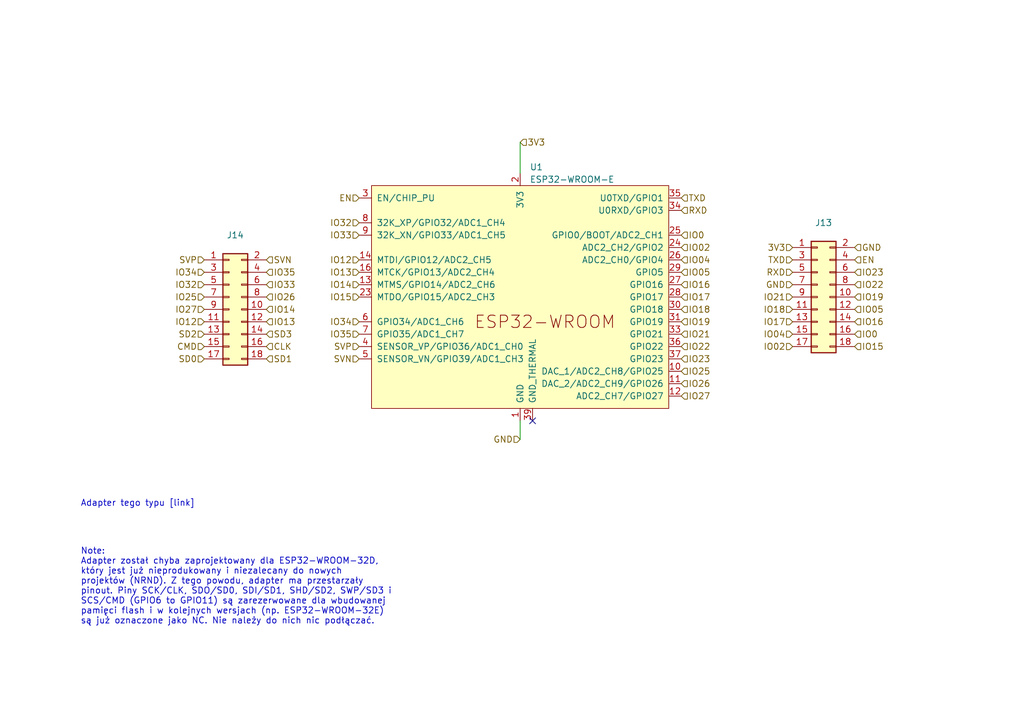
<source format=kicad_sch>
(kicad_sch (version 20230121) (generator eeschema)
  (paper "A5")
  (title_block (title "SMD to THT adapter for ESP32-WROOM") (comment 1 "Authors: K. Puzio, J. Skrzypczak, J. Michalski"))
  (lib_symbols
    (symbol "Connector_Generic:Conn_02x09_Odd_Even" (pin_names (offset 1.016) hide)
      (property "Reference" "J" (at 1.27 12.7 0))
      (property "Value" "Conn_02x09_Odd_Even" (at 1.27 -12.7 0))
      (symbol "Conn_02x09_Odd_Even_1_1"
        (rectangle (start -1.27 -10.033) (end 0 -10.287) (stroke (width 0.1524)))
        (rectangle (start -1.27 -7.493) (end 0 -7.747) (stroke (width 0.1524)))
        (rectangle (start -1.27 -4.953) (end 0 -5.207) (stroke (width 0.1524)))
        (rectangle (start -1.27 -2.413) (end 0 -2.667) (stroke (width 0.1524)))
        (rectangle (start -1.27 0.127) (end 0 -0.127) (stroke (width 0.1524)))
        (rectangle (start -1.27 2.667) (end 0 2.413) (stroke (width 0.1524)))
        (rectangle (start -1.27 5.207) (end 0 4.953) (stroke (width 0.1524)))
        (rectangle (start -1.27 7.747) (end 0 7.493) (stroke (width 0.1524)))
        (rectangle (start -1.27 10.287) (end 0 10.033) (stroke (width 0.1524)))
        (rectangle (start -1.27 11.43) (end 3.81 -11.43) (stroke (width 0.254)) (fill (type background)))
        (rectangle (start 3.81 -10.033) (end 2.54 -10.287) (stroke (width 0.1524)))
        (rectangle (start 3.81 -7.493) (end 2.54 -7.747) (stroke (width 0.1524)))
        (rectangle (start 3.81 -4.953) (end 2.54 -5.207) (stroke (width 0.1524)))
        (rectangle (start 3.81 -2.413) (end 2.54 -2.667) (stroke (width 0.1524)))
        (rectangle (start 3.81 0.127) (end 2.54 -0.127) (stroke (width 0.1524)))
        (rectangle (start 3.81 2.667) (end 2.54 2.413) (stroke (width 0.1524)))
        (rectangle (start 3.81 5.207) (end 2.54 4.953) (stroke (width 0.1524)))
        (rectangle (start 3.81 7.747) (end 2.54 7.493) (stroke (width 0.1524)))
        (rectangle (start 3.81 10.287) (end 2.54 10.033) (stroke (width 0.1524)))
        (pin passive line (at -5.08 10.16 0) (length 3.81) (name "Pin_1") (number "1"))
        (pin passive line (at 7.62 0 180) (length 3.81) (name "Pin_10") (number "10"))
        (pin passive line (at -5.08 -2.54 0) (length 3.81) (name "Pin_11") (number "11"))
        (pin passive line (at 7.62 -2.54 180) (length 3.81) (name "Pin_12") (number "12"))
        (pin passive line (at -5.08 -5.08 0) (length 3.81) (name "Pin_13") (number "13"))
        (pin passive line (at 7.62 -5.08 180) (length 3.81) (name "Pin_14") (number "14"))
        (pin passive line (at -5.08 -7.62 0) (length 3.81) (name "Pin_15") (number "15"))
        (pin passive line (at 7.62 -7.62 180) (length 3.81) (name "Pin_16") (number "16"))
        (pin passive line (at -5.08 -10.16 0) (length 3.81) (name "Pin_17") (number "17"))
        (pin passive line (at 7.62 -10.16 180) (length 3.81) (name "Pin_18") (number "18"))
        (pin passive line (at 7.62 10.16 180) (length 3.81) (name "Pin_2") (number "2"))
        (pin passive line (at -5.08 7.62 0) (length 3.81) (name "Pin_3") (number "3"))
        (pin passive line (at 7.62 7.62 180) (length 3.81) (name "Pin_4") (number "4"))
        (pin passive line (at -5.08 5.08 0) (length 3.81) (name "Pin_5") (number "5"))
        (pin passive line (at 7.62 5.08 180) (length 3.81) (name "Pin_6") (number "6"))
        (pin passive line (at -5.08 2.54 0) (length 3.81) (name "Pin_7") (number "7"))
        (pin passive line (at 7.62 2.54 180) (length 3.81) (name "Pin_8") (number "8"))
        (pin passive line (at -5.08 0 0) (length 3.81) (name "Pin_9") (number "9"))
      )
    )
    (symbol "Espressif:ESP32-WROOM-E" (pin_names (offset 1.016))
      (property "Reference" "U" (at -30.48 27.94 0))
      (property "Value" "ESP32-WROOM-E" (at -30.48 25.4 0))
      (symbol "ESP32-WROOM-E_0_1"
        (rectangle (start -30.48 22.86) (end 30.48 -22.86) (fill (type background)))
      )
      (symbol "ESP32-WROOM-E_1_1"
        (text "ESP32-­WROOM­" (at 5.08 -5.08 0) (effects (font (size 2.54 2.54))))
        (pin power_in line (at 0 -25.4 90) (length 2.54) (name "GND") (number "1"))
        (pin bidirectional line (at 33.02 -15.24 180) (length 2.54) (name "DAC_1/ADC2_CH8/GPIO25") (number "10"))
        (pin bidirectional line (at 33.02 -17.78 180) (length 2.54) (name "DAC_2/ADC2_CH9/GPIO26") (number "11"))
        (pin bidirectional line (at 33.02 -20.32 180) (length 2.54) (name "ADC2_CH7/GPIO27") (number "12"))
        (pin bidirectional line (at -33.02 2.54 0) (length 2.54) (name "MTMS/GPIO14/ADC2_CH6") (number "13"))
        (pin bidirectional line (at -33.02 7.62 0) (length 2.54) (name "MTDI/GPIO12/ADC2_CH5") (number "14"))
        (pin passive line (at 0 -25.4 90) (length 2.54) hide (name "GND") (number "15"))
        (pin bidirectional line (at -33.02 5.08 0) (length 2.54) (name "MTCK/GPIO13/ADC2_CH4") (number "16"))
        (pin power_in line (at 0 25.4 270) (length 2.54) (name "3V3") (number "2"))
        (pin bidirectional line (at -33.02 0 0) (length 2.54) (name "MTDO/GPIO15/ADC2_CH3") (number "23"))
        (pin bidirectional line (at 33.02 10.16 180) (length 2.54) (name "ADC2_CH2/GPIO2") (number "24"))
        (pin bidirectional line (at 33.02 12.7 180) (length 2.54) (name "GPIO0/BOOT/ADC2_CH1") (number "25"))
        (pin bidirectional line (at 33.02 7.62 180) (length 2.54) (name "ADC2_CH0/GPIO4") (number "26"))
        (pin bidirectional line (at 33.02 2.54 180) (length 2.54) (name "GPIO16") (number "27"))
        (pin bidirectional line (at 33.02 0 180) (length 2.54) (name "GPIO17") (number "28"))
        (pin bidirectional line (at 33.02 5.08 180) (length 2.54) (name "GPIO5") (number "29"))
        (pin input line (at -33.02 20.32 0) (length 2.54) (name "EN/CHIP_PU") (number "3"))
        (pin bidirectional line (at 33.02 -2.54 180) (length 2.54) (name "GPIO18") (number "30"))
        (pin bidirectional line (at 33.02 -5.08 180) (length 2.54) (name "GPIO19") (number "31"))
        (pin bidirectional line (at 33.02 -7.62 180) (length 2.54) (name "GPIO21") (number "33"))
        (pin bidirectional line (at 33.02 17.78 180) (length 2.54) (name "U0RXD/GPIO3") (number "34"))
        (pin bidirectional line (at 33.02 20.32 180) (length 2.54) (name "U0TXD/GPIO1") (number "35"))
        (pin bidirectional line (at 33.02 -10.16 180) (length 2.54) (name "GPIO22") (number "36"))
        (pin bidirectional line (at 33.02 -12.7 180) (length 2.54) (name "GPIO23") (number "37"))
        (pin passive line (at 0 -25.4 90) (length 2.54) hide (name "GND") (number "38"))
        (pin power_in line (at 2.54 -25.4 90) (length 2.54) (name "GND_THERMAL") (number "39"))
        (pin input line (at -33.02 -10.16 0) (length 2.54) (name "SENSOR_VP/GPIO36/ADC1_CH0") (number "4"))
        (pin input line (at -33.02 -12.7 0) (length 2.54) (name "SENSOR_VN/GPIO39/ADC1_CH3") (number "5"))
        (pin input line (at -33.02 -5.08 0) (length 2.54) (name "GPIO34/ADC1_CH6") (number "6"))
        (pin input line (at -33.02 -7.62 0) (length 2.54) (name "GPIO35/ADC1_CH7") (number "7"))
        (pin bidirectional line (at -33.02 15.24 0) (length 2.54) (name "32K_XP/GPIO32/ADC1_CH4") (number "8"))
        (pin bidirectional line (at -33.02 12.7 0) (length 2.54) (name "32K_XN/GPIO33/ADC1_CH5") (number "9"))
      )
    )
  )
  (no_connect (at 109.22 86.36))
  (wire (pts (xy 106.68 90.17) (xy 106.68 86.36)))
  (wire (pts (xy 106.68 29.21) (xy 106.68 35.56)))
  (text "Adapter tego typu [link]" (at 16.51 104.14 0) (effects (font (size 1.27 1.27)) (justify left bottom)))
  (text "Note:\nAdapter został chyba zaprojektowany dla ESP32-WROOM-32D, \nktóry jest już nieprodukowany i niezalecany do nowych \nprojektów (NRND). Z tego powodu, adapter ma przestarzały\npinout. Piny SCK/CLK, SDO/SD0, SDI/SD1, SHD/SD2, SWP/SD3 i \nSCS/CMD (GPIO6 to GPIO11) są zarezerwowane dla wbudowanej \npamięci flash i w kolejnych wersjach (np. ESP32-WROOM-32E) \nsą już oznaczone jako NC. Nie należy do nich nic podłączać." (at 16.51 128.27 0) (effects (font (size 1.27 1.27)) (justify left bottom)))
  (hierarchical_label "IO33" (shape input) (at 54.61 58.42 0))
  (hierarchical_label "EN" (shape input) (at 175.26 53.34 0))
  (hierarchical_label "IO26" (shape input) (at 54.61 60.96 0))
  (hierarchical_label "IO16" (shape input) (at 139.7 58.42 0))
  (hierarchical_label "SVN" (shape input) (at 54.61 53.34 0))
  (hierarchical_label "IO25" (shape input) (at 41.91 60.96 180))
  (hierarchical_label "IO12" (shape input) (at 41.91 66.04 180))
  (hierarchical_label "SD0" (shape input) (at 41.91 73.66 180))
  (hierarchical_label "IO22" (shape input) (at 139.7 71.12 0))
  (hierarchical_label "CMD" (shape input) (at 41.91 71.12 180))
  (hierarchical_label "GND" (shape input) (at 175.26 50.8 0))
  (hierarchical_label "IO35" (shape input) (at 54.61 55.88 0))
  (hierarchical_label "3V3" (shape input) (at 106.68 29.21 0))
  (hierarchical_label "SVP" (shape input) (at 41.91 53.34 180))
  (hierarchical_label "IO14" (shape input) (at 73.66 58.42 180))
  (hierarchical_label "IO35" (shape input) (at 73.66 68.58 180))
  (hierarchical_label "IO22" (shape input) (at 175.26 58.42 0))
  (hierarchical_label "IO02" (shape input) (at 162.56 71.12 180))
  (hierarchical_label "SD1" (shape input) (at 54.61 73.66 0))
  (hierarchical_label "IO13" (shape input) (at 54.61 66.04 0))
  (hierarchical_label "IO15" (shape input) (at 73.66 60.96 180))
  (hierarchical_label "SD2" (shape input) (at 41.91 68.58 180))
  (hierarchical_label "SD3" (shape input) (at 54.61 68.58 0))
  (hierarchical_label "GND" (shape input) (at 162.56 58.42 180))
  (hierarchical_label "IO12" (shape input) (at 73.66 53.34 180))
  (hierarchical_label "IO23" (shape input) (at 175.26 55.88 0))
  (hierarchical_label "SVP" (shape input) (at 73.66 71.12 180))
  (hierarchical_label "IO26" (shape input) (at 139.7 78.74 0))
  (hierarchical_label "IO17" (shape input) (at 139.7 60.96 0))
  (hierarchical_label "IO05" (shape input) (at 139.7 55.88 0))
  (hierarchical_label "IO0" (shape input) (at 175.26 68.58 0))
  (hierarchical_label "IO16" (shape input) (at 175.26 66.04 0))
  (hierarchical_label "IO04" (shape input) (at 139.7 53.34 0))
  (hierarchical_label "IO34" (shape input) (at 41.91 55.88 180))
  (hierarchical_label "IO27" (shape input) (at 139.7 81.28 0))
  (hierarchical_label "EN" (shape input) (at 73.66 40.64 180))
  (hierarchical_label "IO15" (shape input) (at 175.26 71.12 0))
  (hierarchical_label "TXD" (shape input) (at 139.7 40.64 0))
  (hierarchical_label "IO05" (shape input) (at 175.26 63.5 0))
  (hierarchical_label "IO18" (shape input) (at 162.56 63.5 180))
  (hierarchical_label "IO19" (shape input) (at 139.7 66.04 0))
  (hierarchical_label "TXD" (shape input) (at 162.56 53.34 180))
  (hierarchical_label "SVN" (shape input) (at 73.66 73.66 180))
  (hierarchical_label "CLK" (shape input) (at 54.61 71.12 0))
  (hierarchical_label "RXD" (shape input) (at 162.56 55.88 180))
  (hierarchical_label "IO23" (shape input) (at 139.7 73.66 0))
  (hierarchical_label "IO13" (shape input) (at 73.66 55.88 180))
  (hierarchical_label "IO02" (shape input) (at 139.7 50.8 0))
  (hierarchical_label "3V3" (shape input) (at 162.56 50.8 180))
  (hierarchical_label "RXD" (shape input) (at 139.7 43.18 0))
  (hierarchical_label "GND" (shape input) (at 106.68 90.17 180))
  (hierarchical_label "IO32" (shape input) (at 41.91 58.42 180))
  (hierarchical_label "IO21" (shape input) (at 162.56 60.96 180))
  (hierarchical_label "IO14" (shape input) (at 54.61 63.5 0))
  (hierarchical_label "IO18" (shape input) (at 139.7 63.5 0))
  (hierarchical_label "IO04" (shape input) (at 162.56 68.58 180))
  (hierarchical_label "IO34" (shape input) (at 73.66 66.04 180))
  (hierarchical_label "IO27" (shape input) (at 41.91 63.5 180))
  (hierarchical_label "IO33" (shape input) (at 73.66 48.26 180))
  (hierarchical_label "IO0" (shape input) (at 139.7 48.26 0))
  (hierarchical_label "IO17" (shape input) (at 162.56 66.04 180))
  (hierarchical_label "IO32" (shape input) (at 73.66 45.72 180))
  (hierarchical_label "IO25" (shape input) (at 139.7 76.2 0))
  (hierarchical_label "IO19" (shape input) (at 175.26 60.96 0))
  (hierarchical_label "IO21" (shape input) (at 139.7 68.58 0))
  (symbol (lib_id "Connector_Generic:Conn_02x09_Odd_Even") (at 46.99 63.5 0) (unit 1)
    (property "Reference" "J14" (at 48.26 48.26 0))
    (property "Value" "Conn_02x09_Odd_Even" (effects hide))
    (property "Footprint" "Connector_PinSocket_2.54mm:PinSocket_2x09_P2.54mm_Vertical" (effects hide))
  )
  (symbol (lib_id "Espressif:ESP32-WROOM-E") (at 106.68 60.96 0) (unit 1) (on_board no)
    (property "Reference" "U1" (at 108.6359 34.29 0) (effects (justify left)))
    (property "Value" "ESP32-WROOM-E" (at 108.6359 36.83 0) (effects (justify left)))
    (property "Footprint" "Espressif:ESP32-WROOM-32E" (effects hide))
    (property "Datasheet" "https://www.espressif.com/sites/default/files/documentation/esp32-wroom-32e_esp32-wroom-32ue_datasheet_en.pdf" (effects hide))
    (instances (project "combat_2.0" (path "" (reference "U1") (unit 1)) (path "" (reference "U5") (unit 1))))
  )
  (symbol (lib_id "Connector_Generic:Conn_02x09_Odd_Even") (at 167.64 60.96 0) (unit 1)
    (property "Reference" "J13" (at 168.91 45.72 0))
    (property "Value" "Conn_02x09_Odd_Even" (effects hide))
    (property "Footprint" "Connector_PinSocket_2.54mm:PinSocket_2x09_P2.54mm_Vertical" (effects hide))
  )
)
</source>
